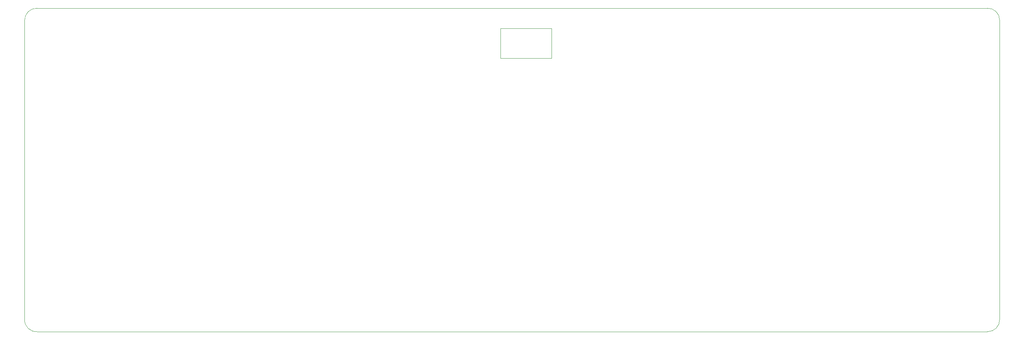
<source format=gbr>
%TF.GenerationSoftware,KiCad,Pcbnew,(6.0.2)*%
%TF.CreationDate,2022-03-06T15:17:29+09:00*%
%TF.ProjectId,presplit_39key,70726573-706c-4697-945f-33396b65792e,rev?*%
%TF.SameCoordinates,Original*%
%TF.FileFunction,Profile,NP*%
%FSLAX46Y46*%
G04 Gerber Fmt 4.6, Leading zero omitted, Abs format (unit mm)*
G04 Created by KiCad (PCBNEW (6.0.2)) date 2022-03-06 15:17:29*
%MOMM*%
%LPD*%
G01*
G04 APERTURE LIST*
%TA.AperFunction,Profile*%
%ADD10C,0.100000*%
%TD*%
G04 APERTURE END LIST*
D10*
X25050000Y-98250000D02*
X248850000Y-98250000D01*
X134150000Y-26812500D02*
X146250000Y-26812500D01*
X146250000Y-26812500D02*
X146250000Y-33862500D01*
X146250000Y-33862500D02*
X134150000Y-33862500D01*
X134150000Y-33862500D02*
X134150000Y-26812500D01*
X22125000Y-25000000D02*
X22125000Y-95400000D01*
X25000000Y-22049999D02*
G75*
G03*
X22125000Y-25000000I-30658J-2846075D01*
G01*
X22125001Y-95400000D02*
G75*
G03*
X25050000Y-98250000I2771045J-82019D01*
G01*
X251725762Y-24925000D02*
X251725000Y-95342553D01*
X251725762Y-24925000D02*
G75*
G03*
X248818315Y-22050000I-2793422J82682D01*
G01*
X248850000Y-98250000D02*
G75*
G03*
X251725000Y-95342553I82682J2793422D01*
G01*
X25000000Y-22050000D02*
X248818315Y-22050000D01*
M02*

</source>
